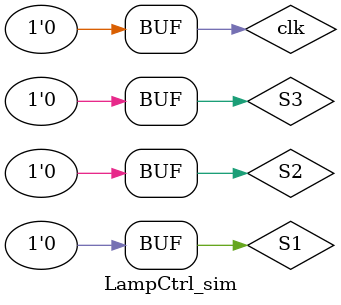
<source format=v>
`timescale 1ns / 1ps


module LampCtrl_sim();

	// Inputs
	reg clk;
	reg S1;
	reg S2;
	reg S3;

	// Outputs
	wire [6:0] LED;
	wire F;

	// Instantiate the Unit Under Test (UUT)
	LampCtrl_HDL uut (
		.clk(clk), 
		.S1(S1), 
		.S2(S2), 
		.S3(S3), 
		.LED(LED), 
		.F(F)
	);

	initial begin
		// Initialize Inputs
		clk = 0;
		S1 = 0;
		S2 = 0;
		S3 = 0;

		// Wait 100 ns for global reset to finish
		#100;
        
		// Add stimulus here

	end
      
endmodule


</source>
